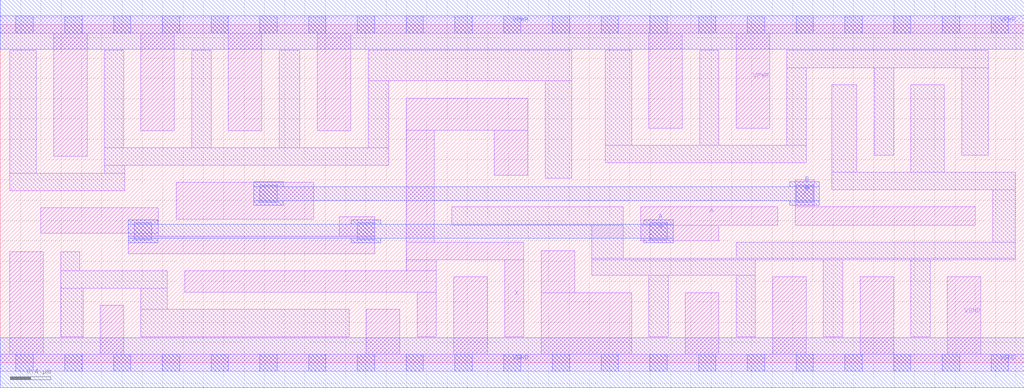
<source format=lef>
# Copyright 2020 The SkyWater PDK Authors
#
# Licensed under the Apache License, Version 2.0 (the "License");
# you may not use this file except in compliance with the License.
# You may obtain a copy of the License at
#
#     https://www.apache.org/licenses/LICENSE-2.0
#
# Unless required by applicable law or agreed to in writing, software
# distributed under the License is distributed on an "AS IS" BASIS,
# WITHOUT WARRANTIES OR CONDITIONS OF ANY KIND, either express or implied.
# See the License for the specific language governing permissions and
# limitations under the License.
#
# SPDX-License-Identifier: Apache-2.0

VERSION 5.7 ;
  NAMESCASESENSITIVE ON ;
  NOWIREEXTENSIONATPIN ON ;
  DIVIDERCHAR "/" ;
  BUSBITCHARS "[]" ;
UNITS
  DATABASE MICRONS 200 ;
END UNITS
MACRO sky130_fd_sc_lp__xor2_4
  CLASS CORE ;
  SOURCE USER ;
  FOREIGN sky130_fd_sc_lp__xor2_4 ;
  ORIGIN  0.000000  0.000000 ;
  SIZE  10.08000 BY  3.330000 ;
  SYMMETRY X Y R90 ;
  SITE unit ;
  PIN A
    ANTENNAGATEAREA  2.520000 ;
    DIRECTION INPUT ;
    USE SIGNAL ;
    PORT
      LAYER li1 ;
        RECT 0.400000 1.275000 1.555000 1.525000 ;
        RECT 1.260000 1.075000 3.685000 1.245000 ;
        RECT 1.260000 1.245000 1.555000 1.275000 ;
        RECT 3.340000 1.245000 3.685000 1.435000 ;
        RECT 6.305000 1.200000 7.075000 1.355000 ;
        RECT 6.305000 1.355000 7.655000 1.535000 ;
      LAYER mcon ;
        RECT 1.320000 1.210000 1.490000 1.380000 ;
        RECT 3.515000 1.210000 3.685000 1.380000 ;
        RECT 6.395000 1.210000 6.565000 1.380000 ;
      LAYER met1 ;
        RECT 1.260000 1.180000 1.550000 1.225000 ;
        RECT 1.260000 1.225000 6.625000 1.365000 ;
        RECT 1.260000 1.365000 1.550000 1.410000 ;
        RECT 3.455000 1.180000 3.745000 1.225000 ;
        RECT 3.455000 1.365000 3.745000 1.410000 ;
        RECT 6.335000 1.180000 6.625000 1.225000 ;
        RECT 6.335000 1.365000 6.625000 1.410000 ;
    END
  END A
  PIN B
    ANTENNAGATEAREA  2.520000 ;
    DIRECTION INPUT ;
    USE SIGNAL ;
    PORT
      LAYER li1 ;
        RECT 1.735000 1.415000 3.085000 1.775000 ;
        RECT 7.825000 1.355000 9.600000 1.535000 ;
        RECT 7.825000 1.535000 8.015000 1.800000 ;
      LAYER mcon ;
        RECT 2.555000 1.580000 2.725000 1.750000 ;
        RECT 7.835000 1.580000 8.005000 1.750000 ;
      LAYER met1 ;
        RECT 2.495000 1.550000 2.785000 1.595000 ;
        RECT 2.495000 1.595000 8.065000 1.735000 ;
        RECT 2.495000 1.735000 2.785000 1.780000 ;
        RECT 7.775000 1.550000 8.065000 1.595000 ;
        RECT 7.775000 1.735000 8.065000 1.780000 ;
    END
  END B
  PIN X
    ANTENNADIFFAREA  1.646400 ;
    DIRECTION OUTPUT ;
    USE SIGNAL ;
    PORT
      LAYER li1 ;
        RECT 1.815000 0.695000 4.295000 0.905000 ;
        RECT 3.995000 0.905000 4.295000 1.015000 ;
        RECT 3.995000 1.015000 5.155000 1.185000 ;
        RECT 3.995000 1.185000 4.275000 2.290000 ;
        RECT 3.995000 2.290000 5.195000 2.605000 ;
        RECT 4.105000 0.255000 4.295000 0.695000 ;
        RECT 4.865000 1.845000 5.195000 2.290000 ;
        RECT 4.965000 0.255000 5.155000 1.015000 ;
    END
  END X
  PIN VGND
    DIRECTION INOUT ;
    USE GROUND ;
    PORT
      LAYER li1 ;
        RECT 0.000000 -0.085000 10.080000 0.085000 ;
        RECT 0.095000  0.085000  0.425000 1.095000 ;
        RECT 0.985000  0.085000  1.215000 0.565000 ;
        RECT 3.605000  0.085000  3.935000 0.525000 ;
        RECT 4.465000  0.085000  4.795000 0.845000 ;
        RECT 5.325000  0.085000  6.215000 0.690000 ;
        RECT 5.325000  0.690000  5.655000 1.105000 ;
        RECT 6.745000  0.085000  7.075000 0.690000 ;
        RECT 7.605000  0.085000  7.935000 0.845000 ;
        RECT 8.465000  0.085000  8.795000 0.845000 ;
        RECT 9.325000  0.085000  9.655000 0.845000 ;
      LAYER mcon ;
        RECT 0.155000 -0.085000 0.325000 0.085000 ;
        RECT 0.635000 -0.085000 0.805000 0.085000 ;
        RECT 1.115000 -0.085000 1.285000 0.085000 ;
        RECT 1.595000 -0.085000 1.765000 0.085000 ;
        RECT 2.075000 -0.085000 2.245000 0.085000 ;
        RECT 2.555000 -0.085000 2.725000 0.085000 ;
        RECT 3.035000 -0.085000 3.205000 0.085000 ;
        RECT 3.515000 -0.085000 3.685000 0.085000 ;
        RECT 3.995000 -0.085000 4.165000 0.085000 ;
        RECT 4.475000 -0.085000 4.645000 0.085000 ;
        RECT 4.955000 -0.085000 5.125000 0.085000 ;
        RECT 5.435000 -0.085000 5.605000 0.085000 ;
        RECT 5.915000 -0.085000 6.085000 0.085000 ;
        RECT 6.395000 -0.085000 6.565000 0.085000 ;
        RECT 6.875000 -0.085000 7.045000 0.085000 ;
        RECT 7.355000 -0.085000 7.525000 0.085000 ;
        RECT 7.835000 -0.085000 8.005000 0.085000 ;
        RECT 8.315000 -0.085000 8.485000 0.085000 ;
        RECT 8.795000 -0.085000 8.965000 0.085000 ;
        RECT 9.275000 -0.085000 9.445000 0.085000 ;
        RECT 9.755000 -0.085000 9.925000 0.085000 ;
      LAYER met1 ;
        RECT 0.000000 -0.245000 10.080000 0.245000 ;
    END
  END VGND
  PIN VPWR
    DIRECTION INOUT ;
    USE POWER ;
    PORT
      LAYER li1 ;
        RECT 0.000000 3.245000 10.080000 3.415000 ;
        RECT 0.525000 2.035000  0.855000 3.245000 ;
        RECT 1.385000 2.285000  1.715000 3.245000 ;
        RECT 2.245000 2.285000  2.575000 3.245000 ;
        RECT 3.120000 2.285000  3.450000 3.245000 ;
        RECT 6.385000 2.310000  6.715000 3.245000 ;
        RECT 7.245000 2.310000  7.575000 3.245000 ;
      LAYER mcon ;
        RECT 0.155000 3.245000 0.325000 3.415000 ;
        RECT 0.635000 3.245000 0.805000 3.415000 ;
        RECT 1.115000 3.245000 1.285000 3.415000 ;
        RECT 1.595000 3.245000 1.765000 3.415000 ;
        RECT 2.075000 3.245000 2.245000 3.415000 ;
        RECT 2.555000 3.245000 2.725000 3.415000 ;
        RECT 3.035000 3.245000 3.205000 3.415000 ;
        RECT 3.515000 3.245000 3.685000 3.415000 ;
        RECT 3.995000 3.245000 4.165000 3.415000 ;
        RECT 4.475000 3.245000 4.645000 3.415000 ;
        RECT 4.955000 3.245000 5.125000 3.415000 ;
        RECT 5.435000 3.245000 5.605000 3.415000 ;
        RECT 5.915000 3.245000 6.085000 3.415000 ;
        RECT 6.395000 3.245000 6.565000 3.415000 ;
        RECT 6.875000 3.245000 7.045000 3.415000 ;
        RECT 7.355000 3.245000 7.525000 3.415000 ;
        RECT 7.835000 3.245000 8.005000 3.415000 ;
        RECT 8.315000 3.245000 8.485000 3.415000 ;
        RECT 8.795000 3.245000 8.965000 3.415000 ;
        RECT 9.275000 3.245000 9.445000 3.415000 ;
        RECT 9.755000 3.245000 9.925000 3.415000 ;
      LAYER met1 ;
        RECT 0.000000 3.085000 10.080000 3.575000 ;
    END
  END VPWR
  OBS
    LAYER li1 ;
      RECT 0.095000 1.695000 1.225000 1.865000 ;
      RECT 0.095000 1.865000 0.355000 3.075000 ;
      RECT 0.595000 0.255000 0.815000 0.735000 ;
      RECT 0.595000 0.735000 1.645000 0.905000 ;
      RECT 0.595000 0.905000 0.785000 1.095000 ;
      RECT 1.025000 1.865000 1.225000 1.945000 ;
      RECT 1.025000 1.945000 3.825000 2.115000 ;
      RECT 1.025000 2.115000 1.215000 3.075000 ;
      RECT 1.385000 0.255000 3.435000 0.525000 ;
      RECT 1.385000 0.525000 1.645000 0.735000 ;
      RECT 1.885000 2.115000 2.075000 3.075000 ;
      RECT 2.745000 2.115000 2.950000 3.075000 ;
      RECT 3.625000 2.115000 3.825000 2.775000 ;
      RECT 3.625000 2.775000 5.625000 3.075000 ;
      RECT 4.445000 1.355000 6.135000 1.535000 ;
      RECT 5.365000 1.815000 5.625000 2.775000 ;
      RECT 5.825000 0.860000 7.435000 1.015000 ;
      RECT 5.825000 1.015000 9.995000 1.030000 ;
      RECT 5.825000 1.030000 6.135000 1.355000 ;
      RECT 5.955000 1.970000 7.935000 2.140000 ;
      RECT 5.955000 2.140000 6.215000 3.075000 ;
      RECT 6.385000 0.255000 6.575000 0.860000 ;
      RECT 6.885000 2.140000 7.075000 3.075000 ;
      RECT 7.245000 0.255000 7.435000 0.860000 ;
      RECT 7.245000 1.030000 9.995000 1.185000 ;
      RECT 7.745000 2.140000 7.935000 2.905000 ;
      RECT 7.745000 2.905000 9.725000 3.075000 ;
      RECT 8.105000 0.255000 8.295000 1.015000 ;
      RECT 8.185000 1.705000 9.995000 1.875000 ;
      RECT 8.185000 1.875000 8.435000 2.735000 ;
      RECT 8.605000 2.045000 8.795000 2.905000 ;
      RECT 8.965000 0.255000 9.155000 1.015000 ;
      RECT 8.965000 1.875000 9.295000 2.735000 ;
      RECT 9.465000 2.045000 9.725000 2.905000 ;
      RECT 9.770000 1.185000 9.995000 1.705000 ;
  END
END sky130_fd_sc_lp__xor2_4

</source>
